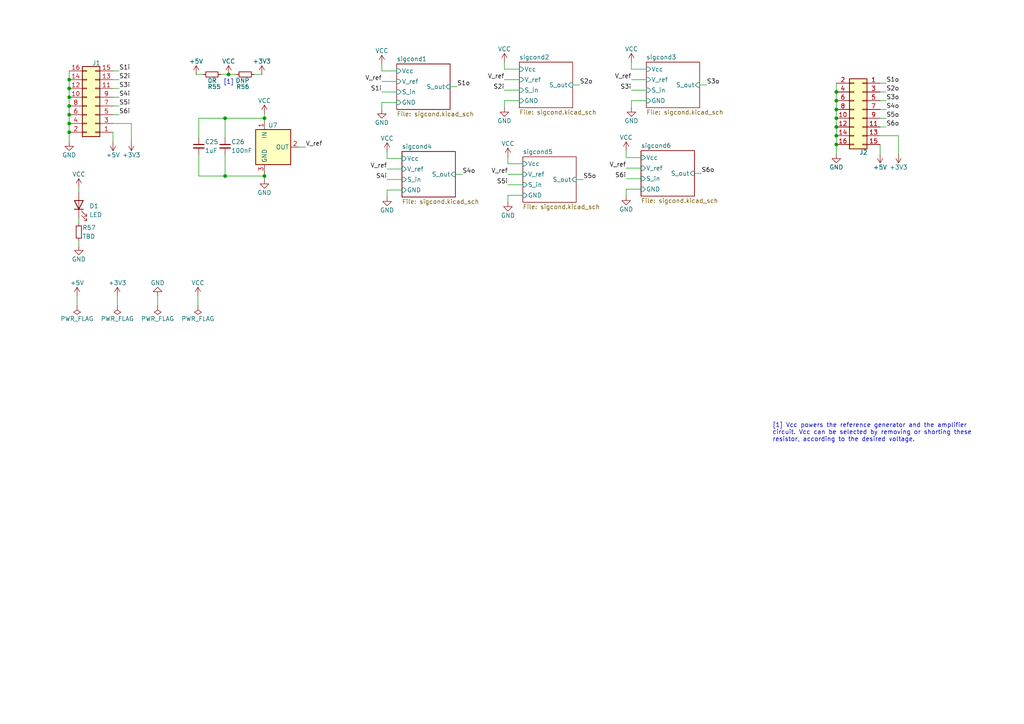
<source format=kicad_sch>
(kicad_sch (version 20211123) (generator eeschema)
  (paper "A4")
  (lib_symbols
    (symbol "Connector_Generic:Conn_02x08_Odd_Even" (pin_names (offset 1.016) hide)
      (property "Reference" "J" (at 1.27 10.16 0))
      (property "Value" "Conn_02x08_Odd_Even" (at 1.27 -12.7 0))
      (symbol "Conn_02x08_Odd_Even_1_1"
        (rectangle (start -1.27 -10.033) (end 0 -10.287) (stroke (width 0.1524)))
        (rectangle (start -1.27 -7.493) (end 0 -7.747) (stroke (width 0.1524)))
        (rectangle (start -1.27 -4.953) (end 0 -5.207) (stroke (width 0.1524)))
        (rectangle (start -1.27 -2.413) (end 0 -2.667) (stroke (width 0.1524)))
        (rectangle (start -1.27 0.127) (end 0 -0.127) (stroke (width 0.1524)))
        (rectangle (start -1.27 2.667) (end 0 2.413) (stroke (width 0.1524)))
        (rectangle (start -1.27 5.207) (end 0 4.953) (stroke (width 0.1524)))
        (rectangle (start -1.27 7.747) (end 0 7.493) (stroke (width 0.1524)))
        (rectangle (start -1.27 8.89) (end 3.81 -11.43) (stroke (width 0.254)) (fill (type background)))
        (rectangle (start 3.81 -10.033) (end 2.54 -10.287) (stroke (width 0.1524)))
        (rectangle (start 3.81 -7.493) (end 2.54 -7.747) (stroke (width 0.1524)))
        (rectangle (start 3.81 -4.953) (end 2.54 -5.207) (stroke (width 0.1524)))
        (rectangle (start 3.81 -2.413) (end 2.54 -2.667) (stroke (width 0.1524)))
        (rectangle (start 3.81 0.127) (end 2.54 -0.127) (stroke (width 0.1524)))
        (rectangle (start 3.81 2.667) (end 2.54 2.413) (stroke (width 0.1524)))
        (rectangle (start 3.81 5.207) (end 2.54 4.953) (stroke (width 0.1524)))
        (rectangle (start 3.81 7.747) (end 2.54 7.493) (stroke (width 0.1524)))
        (pin passive line (at -5.08 7.62 0) (length 3.81) (name "Pin_1") (number "1"))
        (pin passive line (at 7.62 -2.54 180) (length 3.81) (name "Pin_10") (number "10"))
        (pin passive line (at -5.08 -5.08 0) (length 3.81) (name "Pin_11") (number "11"))
        (pin passive line (at 7.62 -5.08 180) (length 3.81) (name "Pin_12") (number "12"))
        (pin passive line (at -5.08 -7.62 0) (length 3.81) (name "Pin_13") (number "13"))
        (pin passive line (at 7.62 -7.62 180) (length 3.81) (name "Pin_14") (number "14"))
        (pin passive line (at -5.08 -10.16 0) (length 3.81) (name "Pin_15") (number "15"))
        (pin passive line (at 7.62 -10.16 180) (length 3.81) (name "Pin_16") (number "16"))
        (pin passive line (at 7.62 7.62 180) (length 3.81) (name "Pin_2") (number "2"))
        (pin passive line (at -5.08 5.08 0) (length 3.81) (name "Pin_3") (number "3"))
        (pin passive line (at 7.62 5.08 180) (length 3.81) (name "Pin_4") (number "4"))
        (pin passive line (at -5.08 2.54 0) (length 3.81) (name "Pin_5") (number "5"))
        (pin passive line (at 7.62 2.54 180) (length 3.81) (name "Pin_6") (number "6"))
        (pin passive line (at -5.08 0 0) (length 3.81) (name "Pin_7") (number "7"))
        (pin passive line (at 7.62 0 180) (length 3.81) (name "Pin_8") (number "8"))
        (pin passive line (at -5.08 -2.54 0) (length 3.81) (name "Pin_9") (number "9"))
      )
    )
    (symbol "Device:C_Small" (pin_numbers hide) (pin_names (offset 0.254) hide)
      (property "Reference" "C" (at 0.254 1.778 0))
      (property "Value" "C_Small" (at 0.254 -2.032 0))
      (symbol "C_Small_0_1"
        (polyline (pts (xy -1.524 -0.508) (xy 1.524 -0.508)) (stroke (width 0.3302)))
        (polyline (pts (xy -1.524 0.508) (xy 1.524 0.508)) (stroke (width 0.3048)))
      )
      (symbol "C_Small_1_1"
        (pin passive line (at 0 2.54 270) (length 2.032) (name "~") (number "1"))
        (pin passive line (at 0 -2.54 90) (length 2.032) (name "~") (number "2"))
      )
    )
    (symbol "Device:LED" (pin_numbers hide) (pin_names (offset 1.016) hide)
      (property "Reference" "D" (at 0 2.54 0))
      (property "Value" "LED" (at 0 -2.54 0))
      (symbol "LED_0_1"
        (polyline (pts (xy -1.27 -1.27) (xy -1.27 1.27)) (stroke (width 0.254)))
        (polyline (pts (xy -1.27 0) (xy 1.27 0)))
        (polyline (pts (xy 1.27 -1.27) (xy 1.27 1.27) (xy -1.27 0) (xy 1.27 -1.27)) (stroke (width 0.254)))
        (polyline (pts (xy -3.048 -0.762) (xy -4.572 -2.286) (xy -3.81 -2.286) (xy -4.572 -2.286) (xy -4.572 -1.524)))
        (polyline (pts (xy -1.778 -0.762) (xy -3.302 -2.286) (xy -2.54 -2.286) (xy -3.302 -2.286) (xy -3.302 -1.524)))
      )
      (symbol "LED_1_1"
        (pin passive line (at -3.81 0 0) (length 2.54) (name "K") (number "1"))
        (pin passive line (at 3.81 0 180) (length 2.54) (name "A") (number "2"))
      )
    )
    (symbol "Device:R_Small" (pin_numbers hide) (pin_names (offset 0.254) hide)
      (property "Reference" "R" (at 0.762 0.508 0))
      (property "Value" "R_Small" (at 0.762 -1.016 0))
      (symbol "R_Small_0_1"
        (rectangle (start -0.762 1.778) (end 0.762 -1.778) (stroke (width 0.2032)))
      )
      (symbol "R_Small_1_1"
        (pin passive line (at 0 2.54 270) (length 0.762) (name "~") (number "1"))
        (pin passive line (at 0 -2.54 90) (length 0.762) (name "~") (number "2"))
      )
    )
    (symbol "Reference_Voltage:MAX6035xxUR25"
      (property "Reference" "U" (at 0 6.35 0))
      (property "Value" "MAX6035xxUR25" (at 2.54 -6.35 0))
      (symbol "MAX6035xxUR25_0_1"
        (rectangle (start -5.08 5.08) (end 5.08 -5.08) (stroke (width 0.254)) (fill (type background)))
      )
      (symbol "MAX6035xxUR25_1_1"
        (pin power_in line (at -2.54 7.62 270) (length 2.54) (name "IN") (number "1"))
        (pin power_out line (at 7.62 0 180) (length 2.54) (name "OUT") (number "2"))
        (pin power_in line (at -2.54 -7.62 90) (length 2.54) (name "GND") (number "3"))
      )
    )
    (symbol "power:+3V3" (power) (pin_names (offset 0))
      (property "Value" "+3V3" (at 0 3.556 0))
      (symbol "+3V3_0_1"
        (polyline (pts (xy -0.762 1.27) (xy 0 2.54)))
        (polyline (pts (xy 0 0) (xy 0 2.54)))
        (polyline (pts (xy 0 2.54) (xy 0.762 1.27)))
      )
      (symbol "+3V3_1_1"
        (pin power_in line (at 0 0 90) (length 0) hide (name "+3V3") (number "1"))
      )
    )
    (symbol "power:+5V" (power) (pin_names (offset 0))
      (property "Value" "+5V" (at 0 3.556 0))
      (symbol "+5V_0_1"
        (polyline (pts (xy -0.762 1.27) (xy 0 2.54)))
        (polyline (pts (xy 0 0) (xy 0 2.54)))
        (polyline (pts (xy 0 2.54) (xy 0.762 1.27)))
      )
      (symbol "+5V_1_1"
        (pin power_in line (at 0 0 90) (length 0) hide (name "+5V") (number "1"))
      )
    )
    (symbol "power:GND" (power) (pin_names (offset 0))
      (property "Value" "GND" (at 0 -3.81 0))
      (symbol "GND_0_1"
        (polyline (pts (xy 0 0) (xy 0 -1.27) (xy 1.27 -1.27) (xy 0 -2.54) (xy -1.27 -1.27) (xy 0 -1.27)))
      )
      (symbol "GND_1_1"
        (pin power_in line (at 0 0 270) (length 0) hide (name "GND") (number "1"))
      )
    )
    (symbol "power:PWR_FLAG" (power) (pin_numbers hide) (pin_names (offset 0) hide)
      (property "Value" "PWR_FLAG" (at 0 3.81 0))
      (symbol "PWR_FLAG_0_0"
        (pin power_out line (at 0 0 90) (length 0) (name "pwr") (number "1"))
      )
      (symbol "PWR_FLAG_0_1"
        (polyline (pts (xy 0 0) (xy 0 1.27) (xy -1.016 1.905) (xy 0 2.54) (xy 1.016 1.905) (xy 0 1.27)))
      )
    )
    (symbol "power:VCC" (power) (pin_names (offset 0))
      (property "Value" "VCC" (at 0 3.81 0))
      (symbol "VCC_0_1"
        (polyline (pts (xy -0.762 1.27) (xy 0 2.54)))
        (polyline (pts (xy 0 0) (xy 0 2.54)))
        (polyline (pts (xy 0 2.54) (xy 0.762 1.27)))
      )
      (symbol "VCC_1_1"
        (pin power_in line (at 0 0 90) (length 0) hide (name "VCC") (number "1"))
      )
    )
  )
  (junction (at 76.708 51.054))
  (junction (at 242.57 31.75))
  (junction (at 20.066 25.654))
  (junction (at 20.066 28.194))
  (junction (at 20.066 33.274))
  (junction (at 242.57 34.29))
  (junction (at 65.278 34.29))
  (junction (at 66.294 21.59))
  (junction (at 242.57 36.83))
  (junction (at 76.708 34.29))
  (junction (at 242.57 26.67))
  (junction (at 65.278 51.054))
  (junction (at 242.57 39.37))
  (junction (at 242.57 29.21))
  (junction (at 20.066 38.354))
  (junction (at 242.57 41.91))
  (junction (at 20.066 23.114))
  (junction (at 20.066 35.814))
  (junction (at 20.066 30.734))
  (wire (pts (xy 22.86 54.356) (xy 22.86 55.626)))
  (wire (pts (xy 20.066 30.734) (xy 20.066 33.274)))
  (wire (pts (xy 57.658 34.29) (xy 65.278 34.29)))
  (wire (pts (xy 116.586 45.974) (xy 112.268 45.974)))
  (wire (pts (xy 150.622 29.21) (xy 146.304 29.21)))
  (wire (pts (xy 20.066 28.194) (xy 20.066 30.734)))
  (wire (pts (xy 187.452 20.066) (xy 183.134 20.066)))
  (wire (pts (xy 242.57 36.83) (xy 242.57 39.37)))
  (wire (pts (xy 57.658 44.958) (xy 57.658 51.054)))
  (wire (pts (xy 112.268 45.974) (xy 112.268 43.942)))
  (wire (pts (xy 255.27 39.37) (xy 260.604 39.37)))
  (wire (pts (xy 110.744 23.622) (xy 115.062 23.622)))
  (wire (pts (xy 34.036 85.852) (xy 34.036 88.646)))
  (wire (pts (xy 57.658 51.054) (xy 65.278 51.054)))
  (wire (pts (xy 242.57 24.13) (xy 242.57 26.67)))
  (wire (pts (xy 255.27 24.13) (xy 257.048 24.13)))
  (wire (pts (xy 20.066 38.354) (xy 20.066 41.148)))
  (wire (pts (xy 86.868 42.672) (xy 88.646 42.672)))
  (wire (pts (xy 32.766 35.814) (xy 38.1 35.814)))
  (wire (pts (xy 187.452 29.21) (xy 183.134 29.21)))
  (wire (pts (xy 20.066 20.574) (xy 20.066 23.114)))
  (wire (pts (xy 20.066 33.274) (xy 20.066 35.814)))
  (wire (pts (xy 185.928 45.72) (xy 181.61 45.72)))
  (wire (pts (xy 260.604 39.37) (xy 260.604 44.704)))
  (wire (pts (xy 201.422 50.292) (xy 203.454 50.292)))
  (wire (pts (xy 112.268 49.022) (xy 116.586 49.022)))
  (wire (pts (xy 65.278 51.054) (xy 76.708 51.054)))
  (wire (pts (xy 242.57 34.29) (xy 242.57 36.83)))
  (wire (pts (xy 147.32 47.498) (xy 147.32 45.466)))
  (wire (pts (xy 181.61 48.768) (xy 185.928 48.768)))
  (wire (pts (xy 76.708 34.29) (xy 76.708 35.052)))
  (wire (pts (xy 166.116 24.638) (xy 168.148 24.638)))
  (wire (pts (xy 146.304 29.21) (xy 146.304 31.242)))
  (wire (pts (xy 183.134 23.114) (xy 187.452 23.114)))
  (wire (pts (xy 181.61 45.72) (xy 181.61 43.688)))
  (wire (pts (xy 32.766 33.274) (xy 34.544 33.274)))
  (wire (pts (xy 181.61 51.816) (xy 185.928 51.816)))
  (wire (pts (xy 32.766 30.734) (xy 34.544 30.734)))
  (wire (pts (xy 112.268 52.07) (xy 116.586 52.07)))
  (wire (pts (xy 147.32 50.546) (xy 151.638 50.546)))
  (wire (pts (xy 181.61 54.864) (xy 181.61 56.896)))
  (wire (pts (xy 22.86 69.85) (xy 22.86 71.374)))
  (wire (pts (xy 150.622 20.066) (xy 146.304 20.066)))
  (wire (pts (xy 76.708 50.292) (xy 76.708 51.054)))
  (wire (pts (xy 146.304 20.066) (xy 146.304 18.034)))
  (wire (pts (xy 110.744 29.718) (xy 110.744 31.75)))
  (wire (pts (xy 147.32 53.594) (xy 151.638 53.594)))
  (wire (pts (xy 242.57 29.21) (xy 242.57 31.75)))
  (wire (pts (xy 183.134 26.162) (xy 187.452 26.162)))
  (wire (pts (xy 73.66 21.59) (xy 75.946 21.59)))
  (wire (pts (xy 65.278 39.878) (xy 65.278 34.29)))
  (wire (pts (xy 20.066 35.814) (xy 20.066 38.354)))
  (wire (pts (xy 45.72 85.852) (xy 45.72 88.646)))
  (wire (pts (xy 32.766 28.194) (xy 34.544 28.194)))
  (wire (pts (xy 183.134 20.066) (xy 183.134 18.034)))
  (wire (pts (xy 112.268 55.118) (xy 112.268 57.15)))
  (wire (pts (xy 183.134 29.21) (xy 183.134 31.242)))
  (wire (pts (xy 32.766 20.574) (xy 34.544 20.574)))
  (wire (pts (xy 38.1 35.814) (xy 38.1 41.148)))
  (wire (pts (xy 115.062 29.718) (xy 110.744 29.718)))
  (wire (pts (xy 64.008 21.59) (xy 66.294 21.59)))
  (wire (pts (xy 255.27 26.67) (xy 257.048 26.67)))
  (wire (pts (xy 20.066 25.654) (xy 20.066 28.194)))
  (wire (pts (xy 255.27 34.29) (xy 257.048 34.29)))
  (wire (pts (xy 32.766 23.114) (xy 34.544 23.114)))
  (wire (pts (xy 242.57 39.37) (xy 242.57 41.91)))
  (wire (pts (xy 130.556 25.146) (xy 132.588 25.146)))
  (wire (pts (xy 146.304 26.162) (xy 150.622 26.162)))
  (wire (pts (xy 147.32 56.642) (xy 147.32 58.674)))
  (wire (pts (xy 22.352 85.852) (xy 22.352 88.646)))
  (wire (pts (xy 132.08 50.546) (xy 134.112 50.546)))
  (wire (pts (xy 255.27 36.83) (xy 257.048 36.83)))
  (wire (pts (xy 242.57 31.75) (xy 242.57 34.29)))
  (wire (pts (xy 255.27 29.21) (xy 257.048 29.21)))
  (wire (pts (xy 57.404 85.852) (xy 57.404 88.646)))
  (wire (pts (xy 110.744 26.67) (xy 115.062 26.67)))
  (wire (pts (xy 65.278 34.29) (xy 76.708 34.29)))
  (wire (pts (xy 32.766 38.354) (xy 32.766 41.148)))
  (wire (pts (xy 116.586 55.118) (xy 112.268 55.118)))
  (wire (pts (xy 66.294 21.59) (xy 68.58 21.59)))
  (wire (pts (xy 76.708 33.02) (xy 76.708 34.29)))
  (wire (pts (xy 242.57 26.67) (xy 242.57 29.21)))
  (wire (pts (xy 202.946 24.638) (xy 204.978 24.638)))
  (wire (pts (xy 110.744 20.574) (xy 110.744 18.542)))
  (wire (pts (xy 185.928 54.864) (xy 181.61 54.864)))
  (wire (pts (xy 22.86 63.246) (xy 22.86 64.77)))
  (wire (pts (xy 76.708 51.054) (xy 76.708 52.07)))
  (wire (pts (xy 167.132 52.07) (xy 169.164 52.07)))
  (wire (pts (xy 65.278 44.958) (xy 65.278 51.054)))
  (wire (pts (xy 242.57 41.91) (xy 242.57 44.704)))
  (wire (pts (xy 115.062 20.574) (xy 110.744 20.574)))
  (wire (pts (xy 32.766 25.654) (xy 34.544 25.654)))
  (wire (pts (xy 151.638 47.498) (xy 147.32 47.498)))
  (wire (pts (xy 151.638 56.642) (xy 147.32 56.642)))
  (wire (pts (xy 56.896 21.59) (xy 58.928 21.59)))
  (wire (pts (xy 146.304 23.114) (xy 150.622 23.114)))
  (wire (pts (xy 20.066 23.114) (xy 20.066 25.654)))
  (wire (pts (xy 255.27 41.91) (xy 255.27 44.704)))
  (wire (pts (xy 255.27 31.75) (xy 257.048 31.75)))
  (wire (pts (xy 57.658 39.878) (xy 57.658 34.29)))
  (text "[1]" (at 64.77 24.638 0) (effects (font (size 1.27 1.27)) (justify left bottom)))
  (text "[1] Vcc powers the reference generator and the amplifier \ncircuit. Vcc can be selected by removing or shorting these\nresistor, according to the desired voltage." (at 224.028 128.27 0) (effects (font (size 1.27 1.27)) (justify left bottom)))
  (label "S5i" (at 147.32 53.594 180))
  (label "S2i" (at 34.544 23.114 0))
  (label "S6i" (at 34.544 33.274 0))
  (label "S6o" (at 257.048 36.83 0))
  (label "S4i" (at 112.268 52.07 180))
  (label "S2o" (at 257.048 26.67 0))
  (label "S5o" (at 257.048 34.29 0))
  (label "S6o" (at 203.454 50.292 0))
  (label "S3i" (at 183.134 26.162 180))
  (label "S4i" (at 34.544 28.194 0))
  (label "S6i" (at 181.61 51.816 180))
  (label "V_ref" (at 110.744 23.622 180))
  (label "S2o" (at 168.148 24.638 0))
  (label "S1i" (at 34.544 20.574 0))
  (label "V_ref" (at 183.134 23.114 180))
  (label "V_ref" (at 112.268 49.022 180))
  (label "V_ref" (at 88.646 42.672 0))
  (label "V_ref" (at 147.32 50.546 180))
  (label "S1o" (at 132.588 25.146 0))
  (label "S5o" (at 169.164 52.07 0))
  (label "S3i" (at 34.544 25.654 0))
  (label "S4o" (at 257.048 31.75 0))
  (label "S1o" (at 257.048 24.13 0))
  (label "S4o" (at 134.112 50.546 0))
  (label "S3o" (at 204.978 24.638 0))
  (label "V_ref" (at 146.304 23.114 180))
  (label "S2i" (at 146.304 26.162 180))
  (label "S1i" (at 110.744 26.67 180))
  (label "S5i" (at 34.544 30.734 0))
  (label "V_ref" (at 181.61 48.768 180))
  (label "S3o" (at 257.048 29.21 0))
  (symbol (lib_id "power:VCC") (at 66.294 21.59 0) (unit 1)
    (property "Reference" "#PWR025" (effects hide))
    (property "Value" "VCC" (at 66.294 17.78 0))
  )
  (symbol (lib_id "power:VCC") (at 146.304 18.034 0) (unit 1)
    (property "Reference" "#PWR01" (effects hide))
    (property "Value" "VCC" (at 146.304 14.224 0))
  )
  (symbol (lib_id "Device:C_Small") (at 65.278 42.418 0) (unit 1)
    (property "Reference" "C26" (at 67.056 41.148 0) (effects (justify left)))
    (property "Value" "100nF" (at 67.056 43.688 0) (effects (justify left)))
    (property "Footprint" "Capacitor_SMD:C_0805_2012Metric" (effects hide))
  )
  (symbol (lib_id "Device:R_Small") (at 61.468 21.59 270) (mirror x) (unit 1)
    (property "Reference" "R55" (at 60.198 25.146 90) (effects (justify left)))
    (property "Value" "0R" (at 60.198 23.368 90) (effects (justify left)))
    (property "Footprint" "Resistor_SMD:R_0805_2012Metric" (effects hide))
  )
  (symbol (lib_id "power:VCC") (at 183.134 18.034 0) (unit 1)
    (property "Reference" "#PWR02" (effects hide))
    (property "Value" "VCC" (at 183.134 14.224 0))
  )
  (symbol (lib_id "power:GND") (at 183.134 31.242 0) (unit 1)
    (property "Reference" "#PWR05" (effects hide))
    (property "Value" "GND" (at 183.134 35.052 0))
  )
  (symbol (lib_id "Reference_Voltage:MAX6035xxUR25") (at 79.248 42.672 0) (unit 1)
    (property "Reference" "U7" (at 80.518 36.322 0) (effects (justify right)))
    (property "Value" "MAX6035xxUR25" (effects hide))
    (property "Footprint" "Package_TO_SOT_SMD:SOT-23_Handsoldering" (effects hide))
    (property "Datasheet" "https://datasheets.maximintegrated.com/en/ds/MAX6035.pdf" (effects hide))
  )
  (symbol (lib_id "power:VCC") (at 181.61 43.688 0) (unit 1)
    (property "Reference" "#PWR010" (effects hide))
    (property "Value" "VCC" (at 181.61 39.878 0))
  )
  (symbol (lib_id "power:GND") (at 146.304 31.242 0) (unit 1)
    (property "Reference" "#PWR04" (effects hide))
    (property "Value" "GND" (at 146.304 35.052 0))
  )
  (symbol (lib_id "power:GND") (at 76.708 52.07 0) (unit 1)
    (property "Reference" "#PWR027" (effects hide))
    (property "Value" "GND" (at 76.708 55.88 0))
  )
  (symbol (lib_id "power:+3V3") (at 38.1 41.148 180) (unit 1)
    (property "Reference" "#PWR09" (effects hide))
    (property "Value" "+3V3" (at 38.1 44.958 0))
  )
  (symbol (lib_id "Connector_Generic:Conn_02x08_Odd_Even") (at 27.686 30.734 180) (unit 1)
    (property "Reference" "J1" (at 27.94 18.288 0))
    (property "Value" "Conn_02x08_Odd_Even" (effects hide))
    (property "Footprint" "Connector_PinHeader_2.54mm:PinHeader_2x08_P2.54mm_Horizontal" (effects hide))
  )
  (symbol (lib_id "power:GND") (at 22.86 71.374 0) (unit 1)
    (property "Reference" "#PWR0101" (effects hide))
    (property "Value" "GND" (at 22.86 75.184 0))
  )
  (symbol (lib_id "power:+3V3") (at 34.036 85.852 0) (unit 1)
    (property "Reference" "#PWR020" (effects hide))
    (property "Value" "+3V3" (at 34.036 82.042 0))
  )
  (symbol (lib_id "power:PWR_FLAG") (at 34.036 88.646 180) (unit 1)
    (property "Reference" "#FLG02" (effects hide))
    (property "Value" "PWR_FLAG" (at 34.036 92.456 0))
  )
  (symbol (lib_id "power:PWR_FLAG") (at 45.72 88.646 180) (unit 1)
    (property "Reference" "#FLG03" (effects hide))
    (property "Value" "PWR_FLAG" (at 45.72 92.456 0))
  )
  (symbol (lib_id "power:+3V3") (at 260.604 44.704 180) (unit 1)
    (property "Reference" "#PWR018" (effects hide))
    (property "Value" "+3V3" (at 260.604 48.514 0))
  )
  (symbol (lib_id "power:+5V") (at 56.896 21.59 0) (unit 1)
    (property "Reference" "#PWR024" (effects hide))
    (property "Value" "+5V" (at 56.896 17.78 0))
  )
  (symbol (lib_id "Device:R_Small") (at 71.12 21.59 90) (unit 1)
    (property "Reference" "R56" (at 72.39 25.146 90) (effects (justify left)))
    (property "Value" "DNP" (at 72.39 23.368 90) (effects (justify left)))
    (property "Footprint" "Resistor_SMD:R_0805_2012Metric" (effects hide))
  )
  (symbol (lib_id "power:GND") (at 181.61 56.896 0) (unit 1)
    (property "Reference" "#PWR013" (effects hide))
    (property "Value" "GND" (at 181.61 60.706 0))
  )
  (symbol (lib_id "power:GND") (at 242.57 44.704 0) (unit 1)
    (property "Reference" "#PWR016" (effects hide))
    (property "Value" "GND" (at 242.57 48.514 0))
  )
  (symbol (lib_id "power:GND") (at 112.268 57.15 0) (unit 1)
    (property "Reference" "#PWR014" (effects hide))
    (property "Value" "GND" (at 112.268 60.96 0))
  )
  (symbol (lib_id "power:GND") (at 45.72 85.852 180) (unit 1)
    (property "Reference" "#PWR021" (effects hide))
    (property "Value" "GND" (at 45.72 82.042 0))
  )
  (symbol (lib_id "power:+5V") (at 32.766 41.148 180) (unit 1)
    (property "Reference" "#PWR08" (effects hide))
    (property "Value" "+5V" (at 32.766 44.958 0))
  )
  (symbol (lib_id "power:VCC") (at 76.708 33.02 0) (unit 1)
    (property "Reference" "#PWR023" (effects hide))
    (property "Value" "VCC" (at 76.708 29.21 0))
  )
  (symbol (lib_id "power:VCC") (at 112.268 43.942 0) (unit 1)
    (property "Reference" "#PWR011" (effects hide))
    (property "Value" "VCC" (at 112.268 40.132 0))
  )
  (symbol (lib_id "power:VCC") (at 110.744 18.542 0) (unit 1)
    (property "Reference" "#PWR03" (effects hide))
    (property "Value" "VCC" (at 110.744 14.732 0))
  )
  (symbol (lib_id "power:PWR_FLAG") (at 22.352 88.646 180) (unit 1)
    (property "Reference" "#FLG01" (effects hide))
    (property "Value" "PWR_FLAG" (at 22.352 92.456 0))
  )
  (symbol (lib_id "power:+5V") (at 255.27 44.704 180) (unit 1)
    (property "Reference" "#PWR017" (effects hide))
    (property "Value" "+5V" (at 255.27 48.514 0))
  )
  (symbol (lib_id "Device:LED") (at 22.86 59.436 90) (unit 1)
    (property "Reference" "D1" (at 25.908 59.7534 90) (effects (justify right)))
    (property "Value" "LED" (at 25.908 62.2934 90) (effects (justify right)))
    (property "Footprint" "LED_SMD:LED_0805_2012Metric_Pad1.15x1.40mm_HandSolder" (effects hide))
  )
  (symbol (lib_id "power:PWR_FLAG") (at 57.404 88.646 180) (unit 1)
    (property "Reference" "#FLG04" (effects hide))
    (property "Value" "PWR_FLAG" (at 57.404 92.456 0))
  )
  (symbol (lib_id "power:GND") (at 20.066 41.148 0) (unit 1)
    (property "Reference" "#PWR07" (effects hide))
    (property "Value" "GND" (at 20.066 44.958 0))
  )
  (symbol (lib_id "power:+5V") (at 22.352 85.852 0) (unit 1)
    (property "Reference" "#PWR019" (effects hide))
    (property "Value" "+5V" (at 22.352 82.042 0))
  )
  (symbol (lib_id "Device:R_Small") (at 22.86 67.31 0) (unit 1)
    (property "Reference" "R57" (at 23.876 66.04 0) (effects (justify left)))
    (property "Value" "TBD" (at 23.876 68.58 0) (effects (justify left)))
    (property "Footprint" "Resistor_SMD:R_0805_2012Metric" (effects hide))
  )
  (symbol (lib_id "power:VCC") (at 147.32 45.466 0) (unit 1)
    (property "Reference" "#PWR012" (effects hide))
    (property "Value" "VCC" (at 147.32 41.656 0))
  )
  (symbol (lib_id "power:VCC") (at 22.86 54.356 0) (unit 1)
    (property "Reference" "#PWR0102" (effects hide))
    (property "Value" "VCC" (at 22.86 50.546 0))
  )
  (symbol (lib_id "power:VCC") (at 57.404 85.852 0) (unit 1)
    (property "Reference" "#PWR022" (effects hide))
    (property "Value" "VCC" (at 57.404 82.042 0))
  )
  (symbol (lib_id "power:GND") (at 147.32 58.674 0) (unit 1)
    (property "Reference" "#PWR015" (effects hide))
    (property "Value" "GND" (at 147.32 62.484 0))
  )
  (symbol (lib_id "Device:C_Small") (at 57.658 42.418 0) (unit 1)
    (property "Reference" "C25" (at 59.436 41.148 0) (effects (justify left)))
    (property "Value" "1uF" (at 59.436 43.688 0) (effects (justify left)))
    (property "Footprint" "Capacitor_SMD:C_0805_2012Metric" (effects hide))
  )
  (symbol (lib_id "Connector_Generic:Conn_02x08_Odd_Even") (at 250.19 31.75 0) (mirror y) (unit 1)
    (property "Reference" "J2" (at 250.444 44.196 0))
    (property "Value" "Conn_02x08_Odd_Even" (effects hide))
    (property "Footprint" "Connector_PinHeader_2.54mm:PinHeader_2x08_P2.54mm_Horizontal" (effects hide))
  )
  (symbol (lib_id "power:GND") (at 110.744 31.75 0) (unit 1)
    (property "Reference" "#PWR06" (effects hide))
    (property "Value" "GND" (at 110.744 35.56 0))
  )
  (symbol (lib_id "power:+3V3") (at 75.946 21.59 0) (unit 1)
    (property "Reference" "#PWR026" (effects hide))
    (property "Value" "+3V3" (at 75.946 17.78 0))
  )
  (sheet (at 187.452 18.034) (size 15.494 13.208) (stroke (width 0.1524))
    (property "Sheet name" "sigcond3" (at 187.452 17.3224 0) (effects (justify left bottom)))
    (property "Sheet file" "sigcond.kicad_sch" (at 187.452 31.8266 0) (effects (justify left top)))
    (pin "Vcc" input (at 187.452 20.066 180))
    (pin "GND" input (at 187.452 29.21 180))
    (pin "V_ref" input (at 187.452 23.114 180))
    (pin "S_out" input (at 202.946 24.638 0))
    (pin "S_in" input (at 187.452 26.162 180))
  )
  (sheet (at 115.062 18.542) (size 15.494 13.208) (stroke (width 0.1524))
    (property "Sheet name" "sigcond1" (at 115.062 17.8304 0) (effects (justify left bottom)))
    (property "Sheet file" "sigcond.kicad_sch" (at 115.062 32.3346 0) (effects (justify left top)))
    (pin "Vcc" input (at 115.062 20.574 180))
    (pin "GND" input (at 115.062 29.718 180))
    (pin "V_ref" input (at 115.062 23.622 180))
    (pin "S_out" input (at 130.556 25.146 0))
    (pin "S_in" input (at 115.062 26.67 180))
  )
  (sheet (at 185.928 43.688) (size 15.494 13.208) (stroke (width 0.1524))
    (property "Sheet name" "sigcond6" (at 185.928 42.9764 0) (effects (justify left bottom)))
    (property "Sheet file" "sigcond.kicad_sch" (at 185.928 57.4806 0) (effects (justify left top)))
    (pin "Vcc" input (at 185.928 45.72 180))
    (pin "GND" input (at 185.928 54.864 180))
    (pin "V_ref" input (at 185.928 48.768 180))
    (pin "S_out" input (at 201.422 50.292 0))
    (pin "S_in" input (at 185.928 51.816 180))
  )
  (sheet (at 151.638 45.466) (size 15.494 13.208) (stroke (width 0.1524))
    (property "Sheet name" "sigcond5" (at 151.638 44.7544 0) (effects (justify left bottom)))
    (property "Sheet file" "sigcond.kicad_sch" (at 151.638 59.2586 0) (effects (justify left top)))
    (pin "Vcc" input (at 151.638 47.498 180))
    (pin "GND" input (at 151.638 56.642 180))
    (pin "V_ref" input (at 151.638 50.546 180))
    (pin "S_out" input (at 167.132 52.07 0))
    (pin "S_in" input (at 151.638 53.594 180))
  )
  (sheet (at 116.586 43.942) (size 15.494 13.208) (stroke (width 0.1524))
    (property "Sheet name" "sigcond4" (at 116.586 43.2304 0) (effects (justify left bottom)))
    (property "Sheet file" "sigcond.kicad_sch" (at 116.586 57.7346 0) (effects (justify left top)))
    (pin "Vcc" input (at 116.586 45.974 180))
    (pin "GND" input (at 116.586 55.118 180))
    (pin "V_ref" input (at 116.586 49.022 180))
    (pin "S_out" input (at 132.08 50.546 0))
    (pin "S_in" input (at 116.586 52.07 180))
  )
  (sheet (at 150.622 18.034) (size 15.494 13.208) (stroke (width 0.1524))
    (property "Sheet name" "sigcond2" (at 150.622 17.3224 0) (effects (justify left bottom)))
    (property "Sheet file" "sigcond.kicad_sch" (at 150.622 31.8266 0) (effects (justify left top)))
    (pin "Vcc" input (at 150.622 20.066 180))
    (pin "GND" input (at 150.622 29.21 180))
    (pin "V_ref" input (at 150.622 23.114 180))
    (pin "S_out" input (at 166.116 24.638 0))
    (pin "S_in" input (at 150.622 26.162 180))
  )
)
</source>
